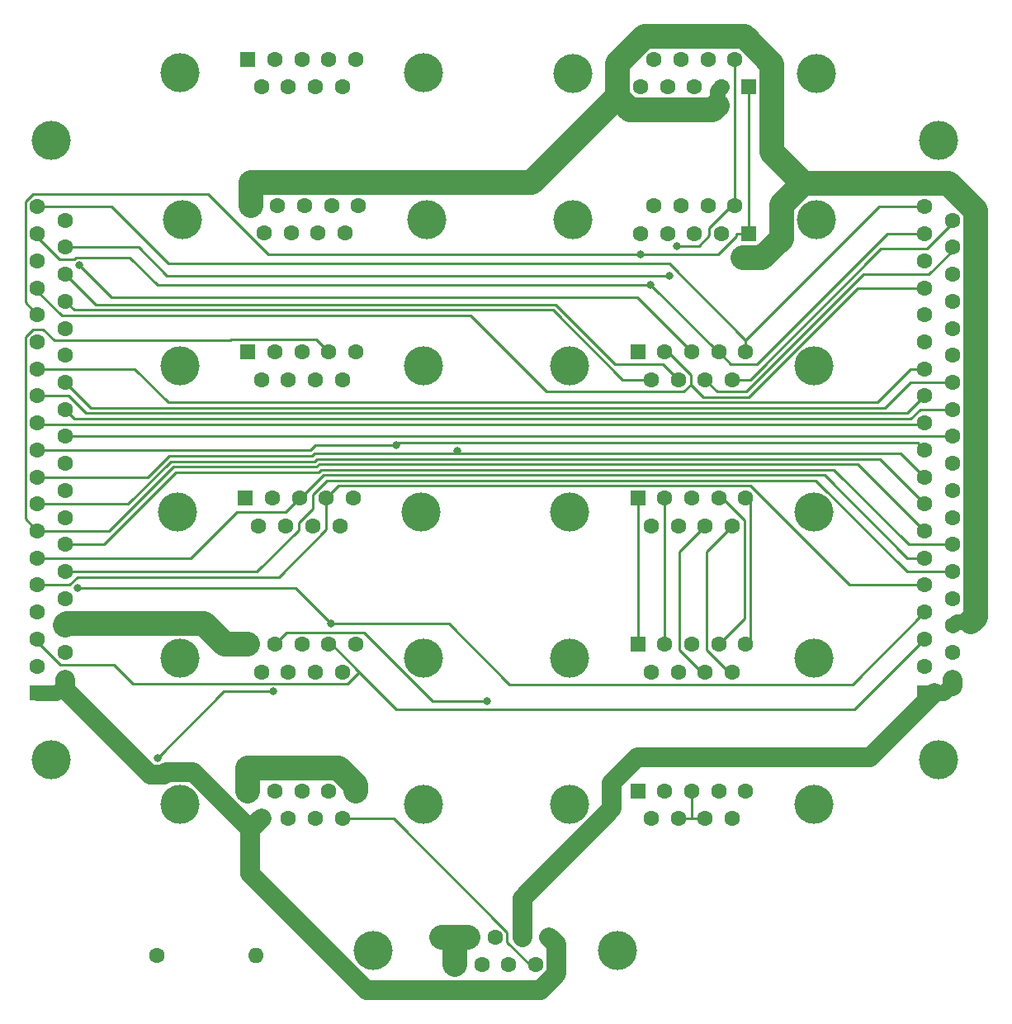
<source format=gbr>
%TF.GenerationSoftware,KiCad,Pcbnew,7.0.9*%
%TF.CreationDate,2024-01-18T11:01:42-08:00*%
%TF.ProjectId,Interconnect Board,496e7465-7263-46f6-9e6e-65637420426f,v1.4*%
%TF.SameCoordinates,Original*%
%TF.FileFunction,Copper,L1,Top*%
%TF.FilePolarity,Positive*%
%FSLAX46Y46*%
G04 Gerber Fmt 4.6, Leading zero omitted, Abs format (unit mm)*
G04 Created by KiCad (PCBNEW 7.0.9) date 2024-01-18 11:01:42*
%MOMM*%
%LPD*%
G01*
G04 APERTURE LIST*
%TA.AperFunction,ComponentPad*%
%ADD10C,1.600000*%
%TD*%
%TA.AperFunction,ComponentPad*%
%ADD11O,1.600000X1.600000*%
%TD*%
%TA.AperFunction,ComponentPad*%
%ADD12C,4.000000*%
%TD*%
%TA.AperFunction,ComponentPad*%
%ADD13R,1.600000X1.600000*%
%TD*%
%TA.AperFunction,ViaPad*%
%ADD14C,0.800000*%
%TD*%
%TA.AperFunction,Conductor*%
%ADD15C,0.250000*%
%TD*%
%TA.AperFunction,Conductor*%
%ADD16C,1.599800*%
%TD*%
%TA.AperFunction,Conductor*%
%ADD17C,2.000000*%
%TD*%
%TA.AperFunction,Conductor*%
%ADD18C,2.500000*%
%TD*%
G04 APERTURE END LIST*
D10*
%TO.P,R1,1*%
%TO.N,/GPS_Serial_Input_to_XPNDR_from_R*%
X132220100Y-118509100D03*
D11*
%TO.P,R1,2*%
%TO.N,/GPS_Serial_Input_to_XPNDR_to_R*%
X142380100Y-118509100D03*
%TD*%
D12*
%TO.P,Power_Input_1,0,PAD*%
%TO.N,unconnected-(Power_Input_1-PAD-Pad0)*%
X154464100Y-118069100D03*
X179464100Y-118069100D03*
D13*
%TO.P,Power_Input_1,1,1*%
%TO.N,GND*%
X161424100Y-116649100D03*
D10*
%TO.P,Power_Input_1,2,2*%
X164194100Y-116649100D03*
%TO.P,Power_Input_1,3,3*%
%TO.N,/ADSB_12V*%
X166964100Y-116649100D03*
%TO.P,Power_Input_1,4,4*%
%TO.N,/MFD_12V*%
X169734100Y-116649100D03*
%TO.P,Power_Input_1,5,5*%
%TO.N,/PFD_&_Dim_12V*%
X172504100Y-116649100D03*
%TO.P,Power_Input_1,6,6*%
%TO.N,GND*%
X162809100Y-119489100D03*
%TO.P,Power_Input_1,7,7*%
%TO.N,/ELT_12V*%
X165579100Y-119489100D03*
%TO.P,Power_Input_1,8,8*%
%TO.N,/SV-Net_AP_12V*%
X168349100Y-119489100D03*
%TO.P,Power_Input_1,9,9*%
%TO.N,/XPNDR_&_IDENT_12V*%
X171119100Y-119489100D03*
%TD*%
D12*
%TO.P,AP_Roll_SV_Net_2,0,PAD*%
%TO.N,unconnected-(AP_Roll_SV_Net_2-PAD-Pad0)*%
X199892100Y-28085100D03*
X174892100Y-28085100D03*
D13*
%TO.P,AP_Roll_SV_Net_2,1,1*%
%TO.N,/SV_Data_1A*%
X192932100Y-29505100D03*
D10*
%TO.P,AP_Roll_SV_Net_2,2,2*%
%TO.N,GND*%
X190162100Y-29505100D03*
%TO.P,AP_Roll_SV_Net_2,3,3*%
%TO.N,/AP_Disengage (Unused)*%
X187392100Y-29505100D03*
%TO.P,AP_Roll_SV_Net_2,4,4*%
%TO.N,/SV_Data_2B*%
X184622100Y-29505100D03*
%TO.P,AP_Roll_SV_Net_2,5,5*%
%TO.N,unconnected-(AP_Roll_SV_Net_2-Pad5)*%
X181852100Y-29505100D03*
%TO.P,AP_Roll_SV_Net_2,6,6*%
%TO.N,/SV_Data_1B*%
X191547100Y-26665100D03*
%TO.P,AP_Roll_SV_Net_2,7,7*%
%TO.N,/SV-Net_AP_12V*%
X188777100Y-26665100D03*
%TO.P,AP_Roll_SV_Net_2,8,8*%
%TO.N,/SV_Data_2A*%
X186007100Y-26665100D03*
%TO.P,AP_Roll_SV_Net_2,9,9*%
%TO.N,unconnected-(AP_Roll_SV_Net_2-Pad9)*%
X183237100Y-26665100D03*
%TD*%
D12*
%TO.P,XPNDR_Serial_2,0,PAD*%
%TO.N,unconnected-(XPNDR_Serial_2-PAD-Pad0)*%
X134361100Y-73069100D03*
X159361100Y-73069100D03*
D13*
%TO.P,XPNDR_Serial_2,1,1*%
%TO.N,GND*%
X141321100Y-71649100D03*
D10*
%TO.P,XPNDR_Serial_2,2,2*%
%TO.N,/XPNDR_&_IDENT_12V*%
X144091100Y-71649100D03*
%TO.P,XPNDR_Serial_2,3,3*%
%TO.N,/XPNDR_Serial_2_Tx*%
X146861100Y-71649100D03*
%TO.P,XPNDR_Serial_2,4,4*%
%TO.N,/XPNDR_Serial_2_Rx*%
X149631100Y-71649100D03*
%TO.P,XPNDR_Serial_2,5,5*%
%TO.N,/Ident_SW_Input*%
X152401100Y-71649100D03*
%TO.P,XPNDR_Serial_2,6,6*%
%TO.N,/GPS_Serial_Input_to_XPNDR_from_R*%
X142706100Y-74489100D03*
%TO.P,XPNDR_Serial_2,7,7*%
%TO.N,unconnected-(XPNDR_Serial_2-Pad7)*%
X145476100Y-74489100D03*
%TO.P,XPNDR_Serial_2,8,8*%
%TO.N,unconnected-(XPNDR_Serial_2-Pad8)*%
X148246100Y-74489100D03*
%TO.P,XPNDR_Serial_2,9,9*%
%TO.N,unconnected-(XPNDR_Serial_2-Pad9)*%
X151016100Y-74489100D03*
%TD*%
D12*
%TO.P,SkyView_2,0,PAD*%
%TO.N,unconnected-(SkyView_2-PAD-Pad0)*%
X174622000Y-73069100D03*
X199622000Y-73069100D03*
D13*
%TO.P,SkyView_2,1,1*%
%TO.N,/SV_Data_1A*%
X181582000Y-71649100D03*
D10*
%TO.P,SkyView_2,2,2*%
%TO.N,/SV_GND_1*%
X184352000Y-71649100D03*
%TO.P,SkyView_2,3,3*%
%TO.N,/SV_GND_2*%
X187122000Y-71649100D03*
%TO.P,SkyView_2,4,4*%
%TO.N,/SV_Data_2B*%
X189892000Y-71649100D03*
%TO.P,SkyView_2,5,5*%
%TO.N,/SV_EMS_Aux*%
X192662000Y-71649100D03*
%TO.P,SkyView_2,6,6*%
%TO.N,/SV_Data_1B*%
X182967000Y-74489100D03*
%TO.P,SkyView_2,7,7*%
%TO.N,/SV_Power_1*%
X185737000Y-74489100D03*
%TO.P,SkyView_2,8,8*%
%TO.N,/SV_Data_2A*%
X188507000Y-74489100D03*
%TO.P,SkyView_2,9,9*%
%TO.N,/SV_Power_2*%
X191277000Y-74489100D03*
%TD*%
D12*
%TO.P,AP_Pitch_SV_Net_1,0,PAD*%
%TO.N,unconnected-(AP_Pitch_SV_Net_1-PAD-Pad0)*%
X199892100Y-43085200D03*
X174892100Y-43085200D03*
D13*
%TO.P,AP_Pitch_SV_Net_1,1,1*%
%TO.N,/SV_Data_1A*%
X192932100Y-44505200D03*
D10*
%TO.P,AP_Pitch_SV_Net_1,2,2*%
%TO.N,GND*%
X190162100Y-44505200D03*
%TO.P,AP_Pitch_SV_Net_1,3,3*%
%TO.N,/AP_Disengage (Unused)*%
X187392100Y-44505200D03*
%TO.P,AP_Pitch_SV_Net_1,4,4*%
%TO.N,/SV_Data_2B*%
X184622100Y-44505200D03*
%TO.P,AP_Pitch_SV_Net_1,5,5*%
%TO.N,unconnected-(AP_Pitch_SV_Net_1-Pad5)*%
X181852100Y-44505200D03*
%TO.P,AP_Pitch_SV_Net_1,6,6*%
%TO.N,/SV_Data_1B*%
X191547100Y-41665200D03*
%TO.P,AP_Pitch_SV_Net_1,7,7*%
%TO.N,/SV-Net_AP_12V*%
X188777100Y-41665200D03*
%TO.P,AP_Pitch_SV_Net_1,8,8*%
%TO.N,/SV_Data_2A*%
X186007100Y-41665200D03*
%TO.P,AP_Pitch_SV_Net_1,9,9*%
%TO.N,unconnected-(AP_Pitch_SV_Net_1-Pad9)*%
X183237100Y-41665200D03*
%TD*%
D12*
%TO.P,Dimmer_&_Audio_Output_1,0,PAD*%
%TO.N,unconnected-(Dimmer_&_Audio_Output_1-PAD-Pad0)*%
X174622000Y-103069100D03*
X199622000Y-103069100D03*
D13*
%TO.P,Dimmer_&_Audio_Output_1,1,1*%
%TO.N,/L_Audio_Out_1*%
X181582000Y-101649100D03*
D10*
%TO.P,Dimmer_&_Audio_Output_1,2,2*%
%TO.N,/R_Audio_Out_1*%
X184352000Y-101649100D03*
%TO.P,Dimmer_&_Audio_Output_1,3,3*%
%TO.N,/Dimmer_Output_Signal*%
X187122000Y-101649100D03*
%TO.P,Dimmer_&_Audio_Output_1,4,4*%
%TO.N,unconnected-(Dimmer_&_Audio_Output_1-Pad4)*%
X189892000Y-101649100D03*
%TO.P,Dimmer_&_Audio_Output_1,5,5*%
%TO.N,unconnected-(Dimmer_&_Audio_Output_1-Pad5)*%
X192662000Y-101649100D03*
%TO.P,Dimmer_&_Audio_Output_1,6,6*%
%TO.N,/Audio_Out_GND*%
X182967000Y-104489100D03*
%TO.P,Dimmer_&_Audio_Output_1,7,7*%
%TO.N,/Dimmer_Output_Signal*%
X185737000Y-104489100D03*
%TO.P,Dimmer_&_Audio_Output_1,8,8*%
X188507000Y-104489100D03*
%TO.P,Dimmer_&_Audio_Output_1,9,9*%
%TO.N,unconnected-(Dimmer_&_Audio_Output_1-Pad9)*%
X191277000Y-104489100D03*
%TD*%
D12*
%TO.P,MFD_Main_2,0,PAD*%
%TO.N,unconnected-(MFD_Main_2-PAD-Pad0)*%
X212438100Y-98457100D03*
X212438100Y-34957100D03*
D13*
%TO.P,MFD_Main_2,1,1*%
%TO.N,/MFD_12V*%
X211018100Y-91637100D03*
D10*
%TO.P,MFD_Main_2,2,2*%
%TO.N,unconnected-(MFD_Main_2-Pad2)*%
X211018100Y-88867100D03*
%TO.P,MFD_Main_2,3,3*%
%TO.N,/ADSB_Serial_1_Rx*%
X211018100Y-86097100D03*
%TO.P,MFD_Main_2,4,4*%
%TO.N,/ADSB_Serial_1_Tx*%
X211018100Y-83327100D03*
%TO.P,MFD_Main_2,5,5*%
%TO.N,/XPNDR_Serial_2_Rx*%
X211018100Y-80557100D03*
%TO.P,MFD_Main_2,6,6*%
%TO.N,/XPNDR_Serial_2_Tx*%
X211018100Y-77787100D03*
%TO.P,MFD_Main_2,7,7*%
%TO.N,/VPX_Serial_3_Rx*%
X211018100Y-75017100D03*
%TO.P,MFD_Main_2,8,8*%
%TO.N,/VPX_Serial_3_Tx*%
X211018100Y-72247100D03*
%TO.P,MFD_Main_2,9,9*%
%TO.N,/ELT_Serial_4_Rx*%
X211018100Y-69477100D03*
%TO.P,MFD_Main_2,10,10*%
%TO.N,/ELT_Serial_4_Tx*%
X211018100Y-66707100D03*
%TO.P,MFD_Main_2,11,11*%
%TO.N,/GPS_Serial_5_Rx*%
X211018100Y-63937100D03*
%TO.P,MFD_Main_2,12,12*%
%TO.N,/GPS_Serial_5_Tx*%
X211018100Y-61167100D03*
%TO.P,MFD_Main_2,13,13*%
%TO.N,/L_Audio_Out_1*%
X211018100Y-58397100D03*
%TO.P,MFD_Main_2,14,14*%
%TO.N,unconnected-(MFD_Main_2-Pad14)*%
X211018100Y-55627100D03*
%TO.P,MFD_Main_2,15,15*%
%TO.N,/SV_Data_1A*%
X211018100Y-52857100D03*
%TO.P,MFD_Main_2,16,16*%
%TO.N,/SV_GND_1*%
X211018100Y-50087100D03*
%TO.P,MFD_Main_2,17,17*%
%TO.N,/SV_GND_2*%
X211018100Y-47317100D03*
%TO.P,MFD_Main_2,18,18*%
%TO.N,/SV_Data_2B*%
X211018100Y-44547100D03*
%TO.P,MFD_Main_2,19,19*%
%TO.N,/SV_EMS_Aux*%
X211018100Y-41777100D03*
%TO.P,MFD_Main_2,20,20*%
%TO.N,/MFD_12V*%
X213858100Y-90252100D03*
%TO.P,MFD_Main_2,21,21*%
%TO.N,GND*%
X213858100Y-87482100D03*
%TO.P,MFD_Main_2,22,22*%
X213858100Y-84712100D03*
%TO.P,MFD_Main_2,23,23*%
%TO.N,unconnected-(MFD_Main_2-Pad23)*%
X213858100Y-81942100D03*
%TO.P,MFD_Main_2,24,24*%
%TO.N,/GPS_GND*%
X213858100Y-79172100D03*
%TO.P,MFD_Main_2,25,25*%
%TO.N,/Dimmer_Signal_Input*%
X213858100Y-76402100D03*
%TO.P,MFD_Main_2,26,26*%
%TO.N,unconnected-(MFD_Main_2-Pad26)*%
X213858100Y-73632100D03*
%TO.P,MFD_Main_2,27,27*%
%TO.N,unconnected-(MFD_Main_2-Pad27)*%
X213858100Y-70862100D03*
%TO.P,MFD_Main_2,28,28*%
%TO.N,unconnected-(MFD_Main_2-Pad28)*%
X213858100Y-68092100D03*
%TO.P,MFD_Main_2,29,29*%
%TO.N,/GPS_Power*%
X213858100Y-65322100D03*
%TO.P,MFD_Main_2,30,30*%
%TO.N,/Audio_Out_GND*%
X213858100Y-62552100D03*
%TO.P,MFD_Main_2,31,31*%
%TO.N,/R_Audio_Out_1*%
X213858100Y-59782100D03*
%TO.P,MFD_Main_2,32,32*%
%TO.N,unconnected-(MFD_Main_2-Pad32)*%
X213858100Y-57012100D03*
%TO.P,MFD_Main_2,33,33*%
%TO.N,unconnected-(MFD_Main_2-Pad33)*%
X213858100Y-54242100D03*
%TO.P,MFD_Main_2,34,34*%
%TO.N,/SV_Data_1B*%
X213858100Y-51472100D03*
%TO.P,MFD_Main_2,35,35*%
%TO.N,/SV_Power_1*%
X213858100Y-48702100D03*
%TO.P,MFD_Main_2,36,36*%
%TO.N,/SV_Data_2A*%
X213858100Y-45932100D03*
%TO.P,MFD_Main_2,37,37*%
%TO.N,/SV_Power_2*%
X213858100Y-43162100D03*
%TD*%
D12*
%TO.P,PFD_Main_1,0,PAD*%
%TO.N,unconnected-(PFD_Main_1-PAD-Pad0)*%
X121438100Y-98457100D03*
X121438100Y-34957100D03*
D13*
%TO.P,PFD_Main_1,1,1*%
%TO.N,/PFD_&_Dim_12V*%
X120018100Y-91637100D03*
D10*
%TO.P,PFD_Main_1,2,2*%
%TO.N,unconnected-(PFD_Main_1-Pad2)*%
X120018100Y-88867100D03*
%TO.P,PFD_Main_1,3,3*%
%TO.N,/ADSB_Serial_1_Rx*%
X120018100Y-86097100D03*
%TO.P,PFD_Main_1,4,4*%
%TO.N,/ADSB_Serial_1_Tx*%
X120018100Y-83327100D03*
%TO.P,PFD_Main_1,5,5*%
%TO.N,/XPNDR_Serial_2_Rx*%
X120018100Y-80557100D03*
%TO.P,PFD_Main_1,6,6*%
%TO.N,/XPNDR_Serial_2_Tx*%
X120018100Y-77787100D03*
%TO.P,PFD_Main_1,7,7*%
%TO.N,/VPX_Serial_3_Rx*%
X120018100Y-75017100D03*
%TO.P,PFD_Main_1,8,8*%
%TO.N,/VPX_Serial_3_Tx*%
X120018100Y-72247100D03*
%TO.P,PFD_Main_1,9,9*%
%TO.N,/ELT_Serial_4_Rx*%
X120018100Y-69477100D03*
%TO.P,PFD_Main_1,10,10*%
%TO.N,/ELT_Serial_4_Tx*%
X120018100Y-66707100D03*
%TO.P,PFD_Main_1,11,11*%
%TO.N,/GPS_Serial_5_Rx*%
X120018100Y-63937100D03*
%TO.P,PFD_Main_1,12,12*%
%TO.N,/GPS_Serial_5_Tx*%
X120018100Y-61167100D03*
%TO.P,PFD_Main_1,13,13*%
%TO.N,/L_Audio_Out_1*%
X120018100Y-58397100D03*
%TO.P,PFD_Main_1,14,14*%
%TO.N,unconnected-(PFD_Main_1-Pad14)*%
X120018100Y-55627100D03*
%TO.P,PFD_Main_1,15,15*%
%TO.N,/SV_Data_1A*%
X120018100Y-52857100D03*
%TO.P,PFD_Main_1,16,16*%
%TO.N,/SV_GND_1*%
X120018100Y-50087100D03*
%TO.P,PFD_Main_1,17,17*%
%TO.N,/SV_GND_2*%
X120018100Y-47317100D03*
%TO.P,PFD_Main_1,18,18*%
%TO.N,/SV_Data_2B*%
X120018100Y-44547100D03*
%TO.P,PFD_Main_1,19,19*%
%TO.N,/SV_EMS_Aux*%
X120018100Y-41777100D03*
%TO.P,PFD_Main_1,20,20*%
%TO.N,/PFD_&_Dim_12V*%
X122858100Y-90252100D03*
%TO.P,PFD_Main_1,21,21*%
%TO.N,GND*%
X122858100Y-87482100D03*
%TO.P,PFD_Main_1,22,22*%
X122858100Y-84712100D03*
%TO.P,PFD_Main_1,23,23*%
%TO.N,unconnected-(PFD_Main_1-Pad23)*%
X122858100Y-81942100D03*
%TO.P,PFD_Main_1,24,24*%
%TO.N,/GPS_GND*%
X122858100Y-79172100D03*
%TO.P,PFD_Main_1,25,25*%
%TO.N,/Dimmer_Signal_Input*%
X122858100Y-76402100D03*
%TO.P,PFD_Main_1,26,26*%
%TO.N,/Dimmer_Output_Signal*%
X122858100Y-73632100D03*
%TO.P,PFD_Main_1,27,27*%
%TO.N,unconnected-(PFD_Main_1-Pad27)*%
X122858100Y-70862100D03*
%TO.P,PFD_Main_1,28,28*%
%TO.N,unconnected-(PFD_Main_1-Pad28)*%
X122858100Y-68092100D03*
%TO.P,PFD_Main_1,29,29*%
%TO.N,/GPS_Power*%
X122858100Y-65322100D03*
%TO.P,PFD_Main_1,30,30*%
%TO.N,/Audio_Out_GND*%
X122858100Y-62552100D03*
%TO.P,PFD_Main_1,31,31*%
%TO.N,/R_Audio_Out_1*%
X122858100Y-59782100D03*
%TO.P,PFD_Main_1,32,32*%
%TO.N,unconnected-(PFD_Main_1-Pad32)*%
X122858100Y-57012100D03*
%TO.P,PFD_Main_1,33,33*%
%TO.N,unconnected-(PFD_Main_1-Pad33)*%
X122858100Y-54242100D03*
%TO.P,PFD_Main_1,34,34*%
%TO.N,/SV_Data_1B*%
X122858100Y-51472100D03*
%TO.P,PFD_Main_1,35,35*%
%TO.N,/SV_Power_1*%
X122858100Y-48702100D03*
%TO.P,PFD_Main_1,36,36*%
%TO.N,/SV_Data_2A*%
X122858100Y-45932100D03*
%TO.P,PFD_Main_1,37,37*%
%TO.N,/SV_Power_2*%
X122858100Y-43162100D03*
%TD*%
D12*
%TO.P,SkyView_3,0,PAD*%
%TO.N,unconnected-(SkyView_3-PAD-Pad0)*%
X174622000Y-88069100D03*
X199622000Y-88069100D03*
D13*
%TO.P,SkyView_3,1,1*%
%TO.N,/SV_Data_1A*%
X181582000Y-86649100D03*
D10*
%TO.P,SkyView_3,2,2*%
%TO.N,/SV_GND_1*%
X184352000Y-86649100D03*
%TO.P,SkyView_3,3,3*%
%TO.N,/SV_GND_2*%
X187122000Y-86649100D03*
%TO.P,SkyView_3,4,4*%
%TO.N,/SV_Data_2B*%
X189892000Y-86649100D03*
%TO.P,SkyView_3,5,5*%
%TO.N,/SV_EMS_Aux*%
X192662000Y-86649100D03*
%TO.P,SkyView_3,6,6*%
%TO.N,/SV_Data_1B*%
X182967000Y-89489100D03*
%TO.P,SkyView_3,7,7*%
%TO.N,/SV_Power_1*%
X185737000Y-89489100D03*
%TO.P,SkyView_3,8,8*%
%TO.N,/SV_Data_2A*%
X188507000Y-89489100D03*
%TO.P,SkyView_3,9,9*%
%TO.N,/SV_Power_2*%
X191277000Y-89489100D03*
%TD*%
D12*
%TO.P,ADSB_Serial_1,0,PAD*%
%TO.N,unconnected-(ADSB_Serial_1-PAD-Pad0)*%
X134622000Y-88069100D03*
X159622000Y-88069100D03*
D13*
%TO.P,ADSB_Serial_1,1,1*%
%TO.N,GND*%
X141582000Y-86649100D03*
D10*
%TO.P,ADSB_Serial_1,2,2*%
%TO.N,/ADSB_12V*%
X144352000Y-86649100D03*
%TO.P,ADSB_Serial_1,3,3*%
%TO.N,/ADSB_Serial_1_Tx*%
X147122000Y-86649100D03*
%TO.P,ADSB_Serial_1,4,4*%
%TO.N,/ADSB_Serial_1_Rx*%
X149892000Y-86649100D03*
%TO.P,ADSB_Serial_1,5,5*%
%TO.N,unconnected-(ADSB_Serial_1-Pad5)*%
X152662000Y-86649100D03*
%TO.P,ADSB_Serial_1,6,6*%
%TO.N,unconnected-(ADSB_Serial_1-Pad6)*%
X142967000Y-89489100D03*
%TO.P,ADSB_Serial_1,7,7*%
%TO.N,unconnected-(ADSB_Serial_1-Pad7)*%
X145737000Y-89489100D03*
%TO.P,ADSB_Serial_1,8,8*%
%TO.N,unconnected-(ADSB_Serial_1-Pad8)*%
X148507000Y-89489100D03*
%TO.P,ADSB_Serial_1,9,9*%
%TO.N,unconnected-(ADSB_Serial_1-Pad9)*%
X151277000Y-89489100D03*
%TD*%
D12*
%TO.P,ELT_Serial_4,0,PAD*%
%TO.N,unconnected-(ELT_Serial_4-PAD-Pad0)*%
X134906100Y-43069100D03*
X159906100Y-43069100D03*
D13*
%TO.P,ELT_Serial_4,1,1*%
%TO.N,GND*%
X141866100Y-41649100D03*
D10*
%TO.P,ELT_Serial_4,2,2*%
%TO.N,/ELT_12V*%
X144636100Y-41649100D03*
%TO.P,ELT_Serial_4,3,3*%
%TO.N,/ELT_Serial_4_Tx*%
X147406100Y-41649100D03*
%TO.P,ELT_Serial_4,4,4*%
%TO.N,/ELT_Serial_4_Rx*%
X150176100Y-41649100D03*
%TO.P,ELT_Serial_4,5,5*%
%TO.N,unconnected-(ELT_Serial_4-Pad5)*%
X152946100Y-41649100D03*
%TO.P,ELT_Serial_4,6,6*%
%TO.N,unconnected-(ELT_Serial_4-Pad6)*%
X143251100Y-44489100D03*
%TO.P,ELT_Serial_4,7,7*%
%TO.N,unconnected-(ELT_Serial_4-Pad7)*%
X146021100Y-44489100D03*
%TO.P,ELT_Serial_4,8,8*%
%TO.N,unconnected-(ELT_Serial_4-Pad8)*%
X148791100Y-44489100D03*
%TO.P,ELT_Serial_4,9,9*%
%TO.N,unconnected-(ELT_Serial_4-Pad9)*%
X151561100Y-44489100D03*
%TD*%
D12*
%TO.P,GPS_Serial_5,0,PAD*%
%TO.N,unconnected-(GPS_Serial_5-PAD-Pad0)*%
X134622000Y-28069100D03*
X159622000Y-28069100D03*
D13*
%TO.P,GPS_Serial_5,1,1*%
%TO.N,/GPS_GND*%
X141582000Y-26649100D03*
D10*
%TO.P,GPS_Serial_5,2,2*%
%TO.N,/GPS_Power*%
X144352000Y-26649100D03*
%TO.P,GPS_Serial_5,3,3*%
%TO.N,/GPS_Serial_5_Tx*%
X147122000Y-26649100D03*
%TO.P,GPS_Serial_5,4,4*%
%TO.N,/GPS_Serial_5_Rx*%
X149892000Y-26649100D03*
%TO.P,GPS_Serial_5,5,5*%
%TO.N,unconnected-(GPS_Serial_5-Pad5)*%
X152662000Y-26649100D03*
%TO.P,GPS_Serial_5,6,6*%
%TO.N,unconnected-(GPS_Serial_5-Pad6)*%
X142967000Y-29489100D03*
%TO.P,GPS_Serial_5,7,7*%
%TO.N,unconnected-(GPS_Serial_5-Pad7)*%
X145737000Y-29489100D03*
%TO.P,GPS_Serial_5,8,8*%
%TO.N,unconnected-(GPS_Serial_5-Pad8)*%
X148507000Y-29489100D03*
%TO.P,GPS_Serial_5,9,9*%
%TO.N,unconnected-(GPS_Serial_5-Pad9)*%
X151277000Y-29489100D03*
%TD*%
D12*
%TO.P,Ident_&_Dimmer_Input_1,0,PAD*%
%TO.N,unconnected-(Ident_&_Dimmer_Input_1-PAD-Pad0)*%
X134622000Y-103069100D03*
X159622000Y-103069100D03*
D13*
%TO.P,Ident_&_Dimmer_Input_1,1,1*%
%TO.N,GND*%
X141582000Y-101649100D03*
D10*
%TO.P,Ident_&_Dimmer_Input_1,2,2*%
%TO.N,/Dimmer_Signal_Input*%
X144352000Y-101649100D03*
%TO.P,Ident_&_Dimmer_Input_1,3,3*%
%TO.N,unconnected-(Ident_&_Dimmer_Input_1-Pad3)*%
X147122000Y-101649100D03*
%TO.P,Ident_&_Dimmer_Input_1,4,4*%
%TO.N,/Dimmer_Output_Signal*%
X149892000Y-101649100D03*
%TO.P,Ident_&_Dimmer_Input_1,5,5*%
%TO.N,GND*%
X152662000Y-101649100D03*
%TO.P,Ident_&_Dimmer_Input_1,6,6*%
%TO.N,/PFD_&_Dim_12V*%
X142967000Y-104489100D03*
%TO.P,Ident_&_Dimmer_Input_1,7,7*%
%TO.N,/GPS_Serial_Input_to_XPNDR_to_R*%
X145737000Y-104489100D03*
%TO.P,Ident_&_Dimmer_Input_1,8,8*%
%TO.N,/Ident_SW_Input*%
X148507000Y-104489100D03*
%TO.P,Ident_&_Dimmer_Input_1,9,9*%
%TO.N,/XPNDR_&_IDENT_12V*%
X151277000Y-104489100D03*
%TD*%
D12*
%TO.P,SkyView_1,0,PAD*%
%TO.N,unconnected-(SkyView_1-PAD-Pad0)*%
X174622000Y-58069100D03*
X199622000Y-58069100D03*
D13*
%TO.P,SkyView_1,1,1*%
%TO.N,/SV_Data_1A*%
X181582000Y-56649100D03*
D10*
%TO.P,SkyView_1,2,2*%
%TO.N,/SV_GND_1*%
X184352000Y-56649100D03*
%TO.P,SkyView_1,3,3*%
%TO.N,/SV_GND_2*%
X187122000Y-56649100D03*
%TO.P,SkyView_1,4,4*%
%TO.N,/SV_Data_2B*%
X189892000Y-56649100D03*
%TO.P,SkyView_1,5,5*%
%TO.N,/SV_EMS_Aux*%
X192662000Y-56649100D03*
%TO.P,SkyView_1,6,6*%
%TO.N,/SV_Data_1B*%
X182967000Y-59489100D03*
%TO.P,SkyView_1,7,7*%
%TO.N,/SV_Power_1*%
X185737000Y-59489100D03*
%TO.P,SkyView_1,8,8*%
%TO.N,/SV_Data_2A*%
X188507000Y-59489100D03*
%TO.P,SkyView_1,9,9*%
%TO.N,/SV_Power_2*%
X191277000Y-59489100D03*
%TD*%
D12*
%TO.P,VPX_Serial_3,0,PAD*%
%TO.N,unconnected-(VPX_Serial_3-PAD-Pad0)*%
X134622000Y-58069100D03*
X159622000Y-58069100D03*
D13*
%TO.P,VPX_Serial_3,1,1*%
%TO.N,GND*%
X141582000Y-56649100D03*
D10*
%TO.P,VPX_Serial_3,2,2*%
%TO.N,unconnected-(VPX_Serial_3-Pad2)*%
X144352000Y-56649100D03*
%TO.P,VPX_Serial_3,3,3*%
%TO.N,/VPX_Serial_3_Tx*%
X147122000Y-56649100D03*
%TO.P,VPX_Serial_3,4,4*%
%TO.N,/VPX_Serial_3_Rx*%
X149892000Y-56649100D03*
%TO.P,VPX_Serial_3,5,5*%
%TO.N,unconnected-(VPX_Serial_3-Pad5)*%
X152662000Y-56649100D03*
%TO.P,VPX_Serial_3,6,6*%
%TO.N,unconnected-(VPX_Serial_3-Pad6)*%
X142967000Y-59489100D03*
%TO.P,VPX_Serial_3,7,7*%
%TO.N,unconnected-(VPX_Serial_3-Pad7)*%
X145737000Y-59489100D03*
%TO.P,VPX_Serial_3,8,8*%
%TO.N,unconnected-(VPX_Serial_3-Pad8)*%
X148507000Y-59489100D03*
%TO.P,VPX_Serial_3,9,9*%
%TO.N,unconnected-(VPX_Serial_3-Pad9)*%
X151277000Y-59489100D03*
%TD*%
D14*
%TO.N,/GPS_Serial_Input_to_XPNDR_from_R*%
X144184000Y-91478400D03*
X132297400Y-98282800D03*
%TO.N,GND*%
X192406200Y-47000100D03*
%TO.N,/ADSB_12V*%
X166113100Y-92471600D03*
%TO.N,/SV_Data_2A*%
X184842500Y-48817100D03*
%TO.N,/SV_Data_1B*%
X185633700Y-45791200D03*
%TO.N,/SV_Data_2B*%
X182901600Y-49764000D03*
%TO.N,/SV_GND_2*%
X124328000Y-47786400D03*
%TO.N,/SV_Data_1A*%
X181910400Y-46633900D03*
%TO.N,/ELT_Serial_4_Tx*%
X156788100Y-66205400D03*
%TO.N,/ELT_Serial_4_Rx*%
X163047200Y-66790900D03*
%TO.N,/ADSB_Serial_1_Tx*%
X150138400Y-84525200D03*
X124160100Y-80865900D03*
%TD*%
D15*
%TO.N,/GPS_Serial_Input_to_XPNDR_from_R*%
X139101800Y-91478400D02*
X132297400Y-98282800D01*
X144184000Y-91478400D02*
X139101800Y-91478400D01*
%TO.N,/Dimmer_Output_Signal*%
X187122000Y-104489100D02*
X187122000Y-101649100D01*
X188507000Y-104489100D02*
X187122000Y-104489100D01*
X187122000Y-104489100D02*
X185737000Y-104489100D01*
%TO.N,/XPNDR_&_IDENT_12V*%
X156539200Y-104489100D02*
X151277000Y-104489100D01*
X168191000Y-116140900D02*
X156539200Y-104489100D01*
X168191000Y-117157500D02*
X168191000Y-116140900D01*
X170522600Y-119489100D02*
X168191000Y-117157500D01*
X171119100Y-119489100D02*
X170522600Y-119489100D01*
D16*
%TO.N,/PFD_&_Dim_12V*%
X120018100Y-91637100D02*
X121919900Y-91637100D01*
D17*
X141849000Y-110131200D02*
X141849000Y-105607100D01*
X153781200Y-122063400D02*
X141849000Y-110131200D01*
X171586400Y-122063400D02*
X153781200Y-122063400D01*
X173243700Y-120406100D02*
X171586400Y-122063400D01*
X173243700Y-117388700D02*
X173243700Y-120406100D01*
X172504100Y-116649100D02*
X173243700Y-117388700D01*
X141849000Y-105607100D02*
X142967000Y-104489100D01*
D16*
X122306700Y-91250300D02*
X121919900Y-91637100D01*
X122858100Y-91250300D02*
X122306700Y-91250300D01*
D17*
X122858100Y-90252100D02*
X122858100Y-91250300D01*
X136002100Y-99760200D02*
X141849000Y-105607100D01*
X133226900Y-99760200D02*
X136002100Y-99760200D01*
X133002400Y-99984700D02*
X133226900Y-99760200D01*
X131592500Y-99984700D02*
X133002400Y-99984700D01*
X122858100Y-91250300D02*
X131592500Y-99984700D01*
D16*
%TO.N,GND*%
X214277700Y-84292500D02*
X213858100Y-84712100D01*
X215743000Y-84292500D02*
X214277700Y-84292500D01*
D18*
X162809100Y-116649100D02*
X162809100Y-119489100D01*
X161424100Y-116649100D02*
X162809100Y-116649100D01*
X162809100Y-116649100D02*
X164194100Y-116649100D01*
D16*
X189742500Y-29924700D02*
X190162100Y-29505100D01*
X189742500Y-31390000D02*
X189742500Y-29924700D01*
D18*
X141866100Y-41649100D02*
X141866100Y-39297200D01*
X170691700Y-39297200D02*
X141866100Y-39297200D01*
X179467200Y-30521700D02*
X170691700Y-39297200D01*
X189272000Y-31860500D02*
X189742500Y-31390000D01*
X180806000Y-31860500D02*
X189272000Y-31860500D01*
X179467200Y-30521700D02*
X180806000Y-31860500D01*
X179467200Y-27106700D02*
X179467200Y-30521700D01*
X182268200Y-24305700D02*
X179467200Y-27106700D01*
X192516700Y-24305700D02*
X182268200Y-24305700D01*
X195361100Y-27150100D02*
X192516700Y-24305700D01*
X195361100Y-36151100D02*
X195361100Y-27150100D01*
X198582100Y-39372100D02*
X195361100Y-36151100D01*
X213438700Y-39372100D02*
X198582100Y-39372100D01*
X216235400Y-42168800D02*
X213438700Y-39372100D01*
X216235400Y-83800100D02*
X216235400Y-42168800D01*
X215743000Y-84292500D02*
X216235400Y-83800100D01*
X194345900Y-47000100D02*
X192406200Y-47000100D01*
X196340200Y-45005800D02*
X194345900Y-47000100D01*
X196340200Y-41614000D02*
X196340200Y-45005800D01*
X198582100Y-39372100D02*
X196340200Y-41614000D01*
X137089600Y-84508600D02*
X139230100Y-86649100D01*
X123061600Y-84508600D02*
X137089600Y-84508600D01*
X122858100Y-84712100D02*
X123061600Y-84508600D01*
X141582000Y-86649100D02*
X139230100Y-86649100D01*
X152662000Y-101085000D02*
X152662000Y-101649100D01*
X150874200Y-99297200D02*
X152662000Y-101085000D01*
X141582000Y-99297200D02*
X150874200Y-99297200D01*
X141582000Y-101649100D02*
X141582000Y-99297200D01*
D15*
%TO.N,/ADSB_12V*%
X145582500Y-85418600D02*
X144352000Y-86649100D01*
X153479700Y-85418600D02*
X145582500Y-85418600D01*
X160532700Y-92471600D02*
X153479700Y-85418600D01*
X166113100Y-92471600D02*
X160532700Y-92471600D01*
D17*
%TO.N,/MFD_12V*%
X213858100Y-90252100D02*
X213858100Y-90967500D01*
D16*
X213589500Y-90967500D02*
X212919900Y-91637100D01*
X213858100Y-90967500D02*
X213589500Y-90967500D01*
X211018100Y-91637100D02*
X211969000Y-91637100D01*
X211969000Y-91637100D02*
X212919900Y-91637100D01*
D17*
X169734100Y-112660300D02*
X169734100Y-116649100D01*
X178933100Y-103461300D02*
X169734100Y-112660300D01*
X178933100Y-100841700D02*
X178933100Y-103461300D01*
X181559400Y-98215400D02*
X178933100Y-100841700D01*
X205390700Y-98215400D02*
X181559400Y-98215400D01*
X211969000Y-91637100D02*
X205390700Y-98215400D01*
D15*
%TO.N,/SV_Power_2*%
X188645700Y-77120400D02*
X191277000Y-74489100D01*
X188645700Y-87201800D02*
X188645700Y-77120400D01*
X190933000Y-89489100D02*
X188645700Y-87201800D01*
X191277000Y-89489100D02*
X190933000Y-89489100D01*
X213858100Y-43448500D02*
X213858100Y-43162100D01*
X211229600Y-46077000D02*
X213858100Y-43448500D01*
X206541500Y-46077000D02*
X211229600Y-46077000D01*
X193129400Y-59489100D02*
X206541500Y-46077000D01*
X191277000Y-59489100D02*
X193129400Y-59489100D01*
%TO.N,/SV_Data_2A*%
X185890200Y-77105900D02*
X188507000Y-74489100D01*
X185890200Y-87216300D02*
X185890200Y-77105900D01*
X188163000Y-89489100D02*
X185890200Y-87216300D01*
X188507000Y-89489100D02*
X188163000Y-89489100D01*
X189753900Y-60736000D02*
X188507000Y-59489100D01*
X192672100Y-60736000D02*
X189753900Y-60736000D01*
X204706000Y-48702100D02*
X192672100Y-60736000D01*
X211432100Y-48702100D02*
X204706000Y-48702100D01*
X213858100Y-46276100D02*
X211432100Y-48702100D01*
X213858100Y-45932100D02*
X213858100Y-46276100D01*
X130390400Y-45932100D02*
X122858100Y-45932100D01*
X133275400Y-48817100D02*
X130390400Y-45932100D01*
X184842500Y-48817100D02*
X133275400Y-48817100D01*
%TO.N,/SV_Power_1*%
X184147100Y-57899200D02*
X185737000Y-59489100D01*
X179248800Y-57899200D02*
X184147100Y-57899200D01*
X173166200Y-51816600D02*
X179248800Y-57899200D01*
X125972600Y-51816600D02*
X173166200Y-51816600D01*
X122858100Y-48702100D02*
X125972600Y-51816600D01*
%TO.N,/SV_Data_1B*%
X191547100Y-41305000D02*
X191547100Y-40449900D01*
X188895500Y-43956600D02*
X191547100Y-41305000D01*
X188895500Y-44738200D02*
X188895500Y-43956600D01*
X187842500Y-45791200D02*
X188895500Y-44738200D01*
X185633700Y-45791200D02*
X187842500Y-45791200D01*
X191547100Y-26665100D02*
X191547100Y-40449900D01*
X191547100Y-40449900D02*
X191547100Y-41665200D01*
X180042600Y-59489100D02*
X182967000Y-59489100D01*
X172922000Y-52368500D02*
X180042600Y-59489100D01*
X123754500Y-52368500D02*
X172922000Y-52368500D01*
X122858100Y-51472100D02*
X123754500Y-52368500D01*
%TO.N,/GPS_Serial_5_Rx*%
X210897700Y-64057500D02*
X211018100Y-63937100D01*
X120138500Y-64057500D02*
X210897700Y-64057500D01*
X120018100Y-63937100D02*
X120138500Y-64057500D01*
%TO.N,/GPS_GND*%
X209195800Y-79172100D02*
X213858100Y-79172100D01*
X199856700Y-69833000D02*
X209195800Y-79172100D01*
X149712200Y-69833000D02*
X199856700Y-69833000D01*
X148256600Y-71288600D02*
X149712200Y-69833000D01*
X148256600Y-72725400D02*
X148256600Y-71288600D01*
X146776000Y-74206000D02*
X148256600Y-72725400D01*
X146776000Y-74924300D02*
X146776000Y-74206000D01*
X142528200Y-79172100D02*
X146776000Y-74924300D01*
X122858100Y-79172100D02*
X142528200Y-79172100D01*
%TO.N,/SV_EMS_Aux*%
X193087100Y-86224000D02*
X192662000Y-86649100D01*
X193087100Y-72074200D02*
X193087100Y-86224000D01*
X192662000Y-71649100D02*
X193087100Y-72074200D01*
X206352000Y-41777100D02*
X192662000Y-55467100D01*
X211018100Y-41777100D02*
X206352000Y-41777100D01*
X192662000Y-56649100D02*
X192662000Y-55467100D01*
X127607100Y-41777100D02*
X120018100Y-41777100D01*
X133441200Y-47611200D02*
X127607100Y-41777100D01*
X184806100Y-47611200D02*
X133441200Y-47611200D01*
X192662000Y-55467100D02*
X184806100Y-47611200D01*
%TO.N,/SV_Data_2B*%
X192519600Y-84021500D02*
X189892000Y-86649100D01*
X192519600Y-73932700D02*
X192519600Y-84021500D01*
X190236000Y-71649100D02*
X192519600Y-73932700D01*
X189892000Y-71649100D02*
X190236000Y-71649100D01*
X189786700Y-56649100D02*
X189892000Y-56649100D01*
X182901600Y-49764000D02*
X189786700Y-56649100D01*
X207170300Y-44547100D02*
X211018100Y-44547100D01*
X193827800Y-57889600D02*
X207170300Y-44547100D01*
X191132500Y-57889600D02*
X193827800Y-57889600D01*
X189892000Y-56649100D02*
X191132500Y-57889600D01*
X132300000Y-49764000D02*
X182901600Y-49764000D01*
X129495500Y-46959500D02*
X132300000Y-49764000D01*
X123985500Y-46959500D02*
X129495500Y-46959500D01*
X123771300Y-47173700D02*
X123985500Y-46959500D01*
X122300700Y-47173700D02*
X123771300Y-47173700D01*
X120018100Y-44891100D02*
X122300700Y-47173700D01*
X120018100Y-44547100D02*
X120018100Y-44891100D01*
%TO.N,/SV_GND_2*%
X181530400Y-51057500D02*
X187122000Y-56649100D01*
X127599100Y-51057500D02*
X181530400Y-51057500D01*
X124328000Y-47786400D02*
X127599100Y-51057500D01*
%TO.N,/SV_GND_1*%
X184352000Y-71649100D02*
X184352000Y-86649100D01*
X184668800Y-56649100D02*
X184352000Y-56649100D01*
X187003700Y-58984000D02*
X184668800Y-56649100D01*
X187003700Y-60021800D02*
X187003700Y-58984000D01*
X186302900Y-60722600D02*
X187003700Y-60021800D01*
X172197400Y-60722600D02*
X186302900Y-60722600D01*
X164395200Y-52920400D02*
X172197400Y-60722600D01*
X122507400Y-52920400D02*
X164395200Y-52920400D01*
X120018100Y-50431100D02*
X122507400Y-52920400D01*
X120018100Y-50087100D02*
X120018100Y-50431100D01*
X188274700Y-61292800D02*
X187003700Y-60021800D01*
X192932100Y-61292800D02*
X188274700Y-61292800D01*
X204137800Y-50087100D02*
X192932100Y-61292800D01*
X211018100Y-50087100D02*
X204137800Y-50087100D01*
%TO.N,/SV_Data_1A*%
X181582000Y-71649100D02*
X181582000Y-86649100D01*
X192932100Y-44505200D02*
X192932100Y-29505100D01*
X192932100Y-44505200D02*
X191705200Y-44505200D01*
X191705200Y-44759300D02*
X191705200Y-44505200D01*
X189830600Y-46633900D02*
X191705200Y-44759300D01*
X181910400Y-46633900D02*
X189830600Y-46633900D01*
X118767500Y-51606500D02*
X120018100Y-52857100D01*
X118767500Y-41255200D02*
X118767500Y-51606500D01*
X119523200Y-40499500D02*
X118767500Y-41255200D01*
X137526500Y-40499500D02*
X119523200Y-40499500D01*
X143660900Y-46633900D02*
X137526500Y-40499500D01*
X181910400Y-46633900D02*
X143660900Y-46633900D01*
%TO.N,/GPS_Serial_5_Tx*%
X209233000Y-62952200D02*
X211018100Y-61167100D01*
X124993300Y-62952200D02*
X209233000Y-62952200D01*
X123208200Y-61167100D02*
X124993300Y-62952200D01*
X120018100Y-61167100D02*
X123208200Y-61167100D01*
%TO.N,/GPS_Power*%
X213858100Y-65322100D02*
X122858100Y-65322100D01*
%TO.N,/ELT_Serial_4_Tx*%
X157029500Y-65964000D02*
X156788100Y-66205400D01*
X210275000Y-65964000D02*
X157029500Y-65964000D01*
X211018100Y-66707100D02*
X210275000Y-65964000D01*
X148016300Y-66707100D02*
X120018100Y-66707100D01*
X148518000Y-66205400D02*
X148016300Y-66707100D01*
X156788100Y-66205400D02*
X148518000Y-66205400D01*
%TO.N,/ELT_Serial_4_Rx*%
X208563200Y-67022200D02*
X163047200Y-67022200D01*
X211018100Y-69477100D02*
X208563200Y-67022200D01*
X163047200Y-67022200D02*
X163047200Y-66790900D01*
X131315700Y-69477100D02*
X120018100Y-69477100D01*
X133493700Y-67299100D02*
X131315700Y-69477100D01*
X148204900Y-67299100D02*
X133493700Y-67299100D01*
X148438000Y-67066000D02*
X148204900Y-67299100D01*
X163003400Y-67066000D02*
X148438000Y-67066000D01*
X163047200Y-67022200D02*
X163003400Y-67066000D01*
%TO.N,/VPX_Serial_3_Tx*%
X129326400Y-72247100D02*
X120018100Y-72247100D01*
X133678800Y-67894700D02*
X129326400Y-72247100D01*
X148389900Y-67894700D02*
X133678800Y-67894700D01*
X148666700Y-67617900D02*
X148389900Y-67894700D01*
X206388900Y-67617900D02*
X148666700Y-67617900D01*
X211018100Y-72247100D02*
X206388900Y-67617900D01*
%TO.N,/VPX_Serial_3_Rx*%
X148622200Y-55379300D02*
X149892000Y-56649100D01*
X139858800Y-55379300D02*
X148622200Y-55379300D01*
X139760900Y-55477200D02*
X139858800Y-55379300D01*
X121720900Y-55477200D02*
X139760900Y-55477200D01*
X120581400Y-54337700D02*
X121720900Y-55477200D01*
X119525300Y-54337700D02*
X120581400Y-54337700D01*
X118764100Y-55098900D02*
X119525300Y-54337700D01*
X118764100Y-73763100D02*
X118764100Y-55098900D01*
X120018100Y-75017100D02*
X118764100Y-73763100D01*
X127337000Y-75017100D02*
X120018100Y-75017100D01*
X133907500Y-68446600D02*
X127337000Y-75017100D01*
X148618600Y-68446600D02*
X133907500Y-68446600D01*
X148895400Y-68169800D02*
X148618600Y-68446600D01*
X204170800Y-68169800D02*
X148895400Y-68169800D01*
X211018100Y-75017100D02*
X204170800Y-68169800D01*
%TO.N,/XPNDR_Serial_2_Tx*%
X145441000Y-73069200D02*
X146861100Y-71649100D01*
X140479300Y-73069200D02*
X145441000Y-73069200D01*
X135761400Y-77787100D02*
X140479300Y-73069200D01*
X120018100Y-77787100D02*
X135761400Y-77787100D01*
X209224700Y-77787100D02*
X211018100Y-77787100D01*
X200718700Y-69281100D02*
X209224700Y-77787100D01*
X149347500Y-69281100D02*
X200718700Y-69281100D01*
X146979500Y-71649100D02*
X149347500Y-69281100D01*
X146861100Y-71649100D02*
X146979500Y-71649100D01*
%TO.N,/XPNDR_Serial_2_Rx*%
X149631100Y-74887600D02*
X149631100Y-71649100D01*
X144772000Y-79746700D02*
X149631100Y-74887600D01*
X124099700Y-79746700D02*
X144772000Y-79746700D01*
X123289300Y-80557100D02*
X124099700Y-79746700D01*
X120018100Y-80557100D02*
X123289300Y-80557100D01*
X203307400Y-80557100D02*
X211018100Y-80557100D01*
X193150800Y-70400500D02*
X203307400Y-80557100D01*
X150879700Y-70400500D02*
X193150800Y-70400500D01*
X149631100Y-71649100D02*
X150879700Y-70400500D01*
%TO.N,/ADSB_Serial_1_Tx*%
X162203100Y-84525200D02*
X150138400Y-84525200D01*
X168419700Y-90741800D02*
X162203100Y-84525200D01*
X203603400Y-90741800D02*
X168419700Y-90741800D01*
X211018100Y-83327100D02*
X203603400Y-90741800D01*
X146479100Y-80865900D02*
X124160100Y-80865900D01*
X150138400Y-84525200D02*
X146479100Y-80865900D01*
%TO.N,/ADSB_Serial_1_Rx*%
X150190300Y-86649100D02*
X149892000Y-86649100D01*
X153029300Y-89488100D02*
X150190300Y-86649100D01*
X156845700Y-93304500D02*
X153029300Y-89488100D01*
X203810700Y-93304500D02*
X156845700Y-93304500D01*
X211018100Y-86097100D02*
X203810700Y-93304500D01*
X120018100Y-86382100D02*
X120018100Y-86097100D01*
X122361700Y-88725700D02*
X120018100Y-86382100D01*
X127820000Y-88725700D02*
X122361700Y-88725700D01*
X129817900Y-90723600D02*
X127820000Y-88725700D01*
X143769400Y-90723600D02*
X129817900Y-90723600D01*
X143841500Y-90651500D02*
X143769400Y-90723600D01*
X144526600Y-90651500D02*
X143841500Y-90651500D01*
X144598700Y-90723600D02*
X144526600Y-90651500D01*
X151793800Y-90723600D02*
X144598700Y-90723600D01*
X153029300Y-89488100D02*
X151793800Y-90723600D01*
%TO.N,/Audio_Out_GND*%
X210540800Y-62552100D02*
X213858100Y-62552100D01*
X209588800Y-63504100D02*
X210540800Y-62552100D01*
X123810100Y-63504100D02*
X209588800Y-63504100D01*
X122858100Y-62552100D02*
X123810100Y-63504100D01*
%TO.N,/L_Audio_Out_1*%
X129961700Y-58397100D02*
X120018100Y-58397100D01*
X133409300Y-61844700D02*
X129961700Y-58397100D01*
X206136500Y-61844700D02*
X133409300Y-61844700D01*
X209584100Y-58397100D02*
X206136500Y-61844700D01*
X211018100Y-58397100D02*
X209584100Y-58397100D01*
%TO.N,/R_Audio_Out_1*%
X209548600Y-59782100D02*
X213858100Y-59782100D01*
X206932300Y-62398400D02*
X209548600Y-59782100D01*
X125474400Y-62398400D02*
X206932300Y-62398400D01*
X122858100Y-59782100D02*
X125474400Y-62398400D01*
%TO.N,/Dimmer_Signal_Input*%
X209368900Y-76402100D02*
X213858100Y-76402100D01*
X201696000Y-68729200D02*
X209368900Y-76402100D01*
X149116600Y-68729200D02*
X201696000Y-68729200D01*
X148843500Y-69002300D02*
X149116600Y-68729200D01*
X134238600Y-69002300D02*
X148843500Y-69002300D01*
X126838800Y-76402100D02*
X134238600Y-69002300D01*
X122858100Y-76402100D02*
X126838800Y-76402100D01*
%TD*%
M02*

</source>
